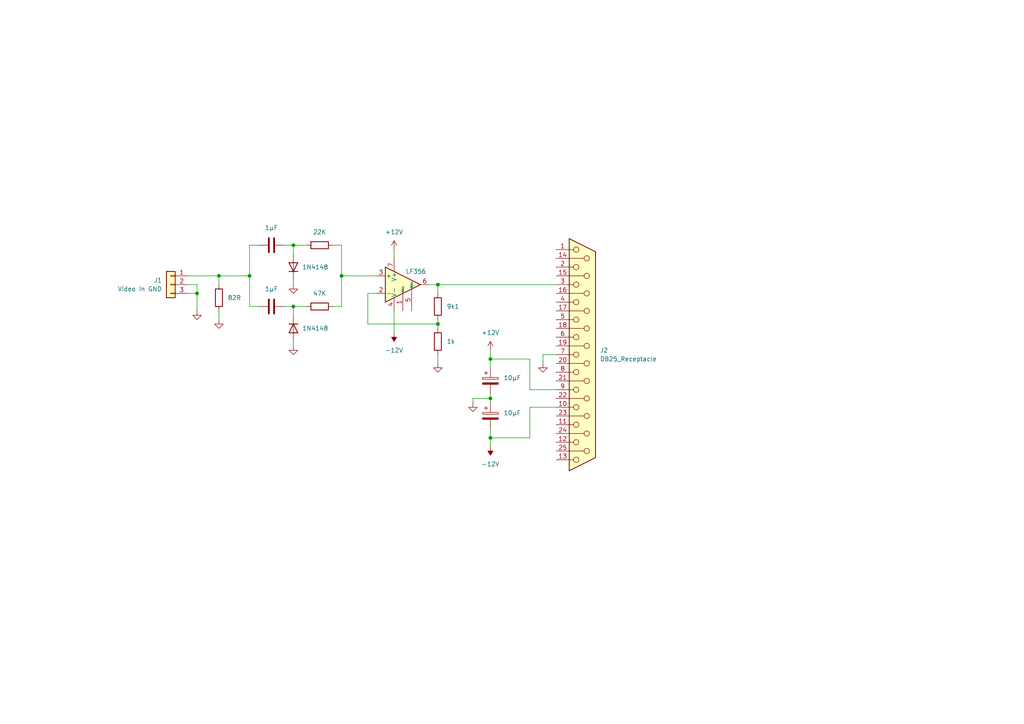
<source format=kicad_sch>
(kicad_sch (version 20230121) (generator eeschema)
  (paper "A4")
  (lib_symbols
    (symbol "Amplifier_Operational:LF356" (pin_names (offset 0.127))
      (property "Reference" "U" (at 0 6.35 0))
      (property "Value" "LF356" (at 0 3.81 0))
      (symbol "LF356_0_1"
        (polyline (pts (xy -5.08 5.08) (xy 5.08 0) (xy -5.08 -5.08) (xy -5.08 5.08)) (stroke (width 0.254)) (fill (type background)))
      )
      (symbol "LF356_1_1"
        (pin input line (at 0 -7.62 90) (length 5.08) (name "NULL") (number "1"))
        (pin input line (at -7.62 -2.54 0) (length 2.54) (name "-") (number "2"))
        (pin input line (at -7.62 2.54 0) (length 2.54) (name "+") (number "3"))
        (pin power_in line (at -2.54 -7.62 90) (length 3.81) (name "V-") (number "4"))
        (pin input line (at 2.54 -7.62 90) (length 6.35) (name "NULL") (number "5"))
        (pin output line (at 7.62 0 180) (length 2.54) (name "~") (number "6"))
        (pin power_in line (at -2.54 7.62 270) (length 3.81) (name "V+") (number "7"))
        (pin no_connect line (at 0 2.54 270) (length 2.54) hide (name "NC") (number "8"))
      )
    )
    (symbol "Connector:DB25_Receptacle" (pin_names (offset 1.016) hide)
      (property "Reference" "J" (at 0 34.29 0))
      (property "Value" "DB25_Receptacle" (at 0 -34.925 0))
      (symbol "DB25_Receptacle_0_1"
        (circle (center -1.778 -30.48) (radius 0.762))
        (circle (center -1.778 -25.4) (radius 0.762))
        (circle (center -1.778 -20.32) (radius 0.762))
        (circle (center -1.778 -15.24) (radius 0.762))
        (circle (center -1.778 -10.16) (radius 0.762))
        (circle (center -1.778 -5.08) (radius 0.762))
        (circle (center -1.778 0) (radius 0.762))
        (circle (center -1.778 5.08) (radius 0.762))
        (circle (center -1.778 10.16) (radius 0.762))
        (circle (center -1.778 15.24) (radius 0.762))
        (circle (center -1.778 20.32) (radius 0.762))
        (circle (center -1.778 25.4) (radius 0.762))
        (circle (center -1.778 30.48) (radius 0.762))
        (polyline (pts (xy -3.81 -30.48) (xy -2.54 -30.48)))
        (polyline (pts (xy -3.81 -27.94) (xy 0.508 -27.94)))
        (polyline (pts (xy -3.81 -25.4) (xy -2.54 -25.4)))
        (polyline (pts (xy -3.81 -22.86) (xy 0.508 -22.86)))
        (polyline (pts (xy -3.81 -20.32) (xy -2.54 -20.32)))
        (polyline (pts (xy -3.81 -17.78) (xy 0.508 -17.78)))
        (polyline (pts (xy -3.81 -15.24) (xy -2.54 -15.24)))
        (polyline (pts (xy -3.81 -12.7) (xy 0.508 -12.7)))
        (polyline (pts (xy -3.81 -10.16) (xy -2.54 -10.16)))
        (polyline (pts (xy -3.81 -7.62) (xy 0.508 -7.62)))
        (polyline (pts (xy -3.81 -5.08) (xy -2.54 -5.08)))
        (polyline (pts (xy -3.81 -2.54) (xy 0.508 -2.54)))
        (polyline (pts (xy -3.81 0) (xy -2.54 0)))
        (polyline (pts (xy -3.81 2.54) (xy 0.508 2.54)))
        (polyline (pts (xy -3.81 5.08) (xy -2.54 5.08)))
        (polyline (pts (xy -3.81 7.62) (xy 0.508 7.62)))
        (polyline (pts (xy -3.81 10.16) (xy -2.54 10.16)))
        (polyline (pts (xy -3.81 12.7) (xy 0.508 12.7)))
        (polyline (pts (xy -3.81 15.24) (xy -2.54 15.24)))
        (polyline (pts (xy -3.81 17.78) (xy 0.508 17.78)))
        (polyline (pts (xy -3.81 20.32) (xy -2.54 20.32)))
        (polyline (pts (xy -3.81 22.86) (xy 0.508 22.86)))
        (polyline (pts (xy -3.81 25.4) (xy -2.54 25.4)))
        (polyline (pts (xy -3.81 27.94) (xy 0.508 27.94)))
        (polyline (pts (xy -3.81 30.48) (xy -2.54 30.48)))
        (polyline (pts (xy -3.81 33.655) (xy 3.81 29.845) (xy 3.81 -29.845) (xy -3.81 -33.655) (xy -3.81 33.655)) (stroke (width 0.254)) (fill (type background)))
        (circle (center 1.27 -27.94) (radius 0.762))
        (circle (center 1.27 -22.86) (radius 0.762))
        (circle (center 1.27 -17.78) (radius 0.762))
        (circle (center 1.27 -12.7) (radius 0.762))
        (circle (center 1.27 -7.62) (radius 0.762))
        (circle (center 1.27 -2.54) (radius 0.762))
        (circle (center 1.27 2.54) (radius 0.762))
        (circle (center 1.27 7.62) (radius 0.762))
        (circle (center 1.27 12.7) (radius 0.762))
        (circle (center 1.27 17.78) (radius 0.762))
        (circle (center 1.27 22.86) (radius 0.762))
        (circle (center 1.27 27.94) (radius 0.762))
      )
      (symbol "DB25_Receptacle_1_1"
        (pin passive line (at -7.62 30.48 0) (length 3.81) (name "1") (number "1"))
        (pin passive line (at -7.62 -15.24 0) (length 3.81) (name "10") (number "10"))
        (pin passive line (at -7.62 -20.32 0) (length 3.81) (name "11") (number "11"))
        (pin passive line (at -7.62 -25.4 0) (length 3.81) (name "12") (number "12"))
        (pin passive line (at -7.62 -30.48 0) (length 3.81) (name "13") (number "13"))
        (pin passive line (at -7.62 27.94 0) (length 3.81) (name "P14") (number "14"))
        (pin passive line (at -7.62 22.86 0) (length 3.81) (name "P15") (number "15"))
        (pin passive line (at -7.62 17.78 0) (length 3.81) (name "P16") (number "16"))
        (pin passive line (at -7.62 12.7 0) (length 3.81) (name "P17") (number "17"))
        (pin passive line (at -7.62 7.62 0) (length 3.81) (name "P18") (number "18"))
        (pin passive line (at -7.62 2.54 0) (length 3.81) (name "P19") (number "19"))
        (pin passive line (at -7.62 25.4 0) (length 3.81) (name "2") (number "2"))
        (pin passive line (at -7.62 -2.54 0) (length 3.81) (name "P20") (number "20"))
        (pin passive line (at -7.62 -7.62 0) (length 3.81) (name "P21") (number "21"))
        (pin passive line (at -7.62 -12.7 0) (length 3.81) (name "P22") (number "22"))
        (pin passive line (at -7.62 -17.78 0) (length 3.81) (name "P23") (number "23"))
        (pin passive line (at -7.62 -22.86 0) (length 3.81) (name "P24") (number "24"))
        (pin passive line (at -7.62 -27.94 0) (length 3.81) (name "P25") (number "25"))
        (pin passive line (at -7.62 20.32 0) (length 3.81) (name "3") (number "3"))
        (pin passive line (at -7.62 15.24 0) (length 3.81) (name "4") (number "4"))
        (pin passive line (at -7.62 10.16 0) (length 3.81) (name "5") (number "5"))
        (pin passive line (at -7.62 5.08 0) (length 3.81) (name "6") (number "6"))
        (pin passive line (at -7.62 0 0) (length 3.81) (name "7") (number "7"))
        (pin passive line (at -7.62 -5.08 0) (length 3.81) (name "8") (number "8"))
        (pin passive line (at -7.62 -10.16 0) (length 3.81) (name "9") (number "9"))
      )
    )
    (symbol "Connector_Generic:Conn_01x03" (pin_names (offset 1.016) hide)
      (property "Reference" "J" (at 0 5.08 0))
      (property "Value" "Conn_01x03" (at 0 -5.08 0))
      (symbol "Conn_01x03_1_1"
        (rectangle (start -1.27 -2.413) (end 0 -2.667) (stroke (width 0.1524)))
        (rectangle (start -1.27 0.127) (end 0 -0.127) (stroke (width 0.1524)))
        (rectangle (start -1.27 2.667) (end 0 2.413) (stroke (width 0.1524)))
        (rectangle (start -1.27 3.81) (end 1.27 -3.81) (stroke (width 0.254)) (fill (type background)))
        (pin passive line (at -5.08 2.54 0) (length 3.81) (name "Pin_1") (number "1"))
        (pin passive line (at -5.08 0 0) (length 3.81) (name "Pin_2") (number "2"))
        (pin passive line (at -5.08 -2.54 0) (length 3.81) (name "Pin_3") (number "3"))
      )
    )
    (symbol "Device:C" (pin_numbers hide) (pin_names (offset 0.254))
      (property "Reference" "C" (at 0.635 2.54 0))
      (property "Value" "C" (at 0.635 -2.54 0))
      (symbol "C_0_1"
        (polyline (pts (xy -2.032 -0.762) (xy 2.032 -0.762)) (stroke (width 0.508)))
        (polyline (pts (xy -2.032 0.762) (xy 2.032 0.762)) (stroke (width 0.508)))
      )
      (symbol "C_1_1"
        (pin passive line (at 0 3.81 270) (length 2.794) (name "~") (number "1"))
        (pin passive line (at 0 -3.81 90) (length 2.794) (name "~") (number "2"))
      )
    )
    (symbol "Device:C_Polarized" (pin_numbers hide) (pin_names (offset 0.254))
      (property "Reference" "C" (at 0.635 2.54 0))
      (property "Value" "C_Polarized" (at 0.635 -2.54 0))
      (symbol "C_Polarized_0_1"
        (rectangle (start -2.286 0.508) (end 2.286 1.016))
        (polyline (pts (xy -1.778 2.286) (xy -0.762 2.286)))
        (polyline (pts (xy -1.27 2.794) (xy -1.27 1.778)))
        (rectangle (start 2.286 -0.508) (end -2.286 -1.016) (fill (type outline)))
      )
      (symbol "C_Polarized_1_1"
        (pin passive line (at 0 3.81 270) (length 2.794) (name "~") (number "1"))
        (pin passive line (at 0 -3.81 90) (length 2.794) (name "~") (number "2"))
      )
    )
    (symbol "Device:R" (pin_numbers hide) (pin_names (offset 0))
      (property "Reference" "R" (at 2.032 0 90))
      (property "Value" "R" (at 0 0 90))
      (symbol "R_0_1"
        (rectangle (start -1.016 -2.54) (end 1.016 2.54) (stroke (width 0.254)))
      )
      (symbol "R_1_1"
        (pin passive line (at 0 3.81 270) (length 1.27) (name "~") (number "1"))
        (pin passive line (at 0 -3.81 90) (length 1.27) (name "~") (number "2"))
      )
    )
    (symbol "Diode:1N4148" (pin_numbers hide) (pin_names hide)
      (property "Reference" "D" (at 0 2.54 0))
      (property "Value" "1N4148" (at 0 -2.54 0))
      (symbol "1N4148_0_1"
        (polyline (pts (xy -1.27 1.27) (xy -1.27 -1.27)) (stroke (width 0.254)))
        (polyline (pts (xy 1.27 0) (xy -1.27 0)))
        (polyline (pts (xy 1.27 1.27) (xy 1.27 -1.27) (xy -1.27 0) (xy 1.27 1.27)) (stroke (width 0.254)))
      )
      (symbol "1N4148_1_1"
        (pin passive line (at -3.81 0 0) (length 2.54) (name "K") (number "1"))
        (pin passive line (at 3.81 0 180) (length 2.54) (name "A") (number "2"))
      )
    )
    (symbol "power:+12V" (power) (pin_names (offset 0))
      (property "Value" "+12V" (at 0 3.556 0))
      (symbol "+12V_0_1"
        (polyline (pts (xy -0.762 1.27) (xy 0 2.54)))
        (polyline (pts (xy 0 0) (xy 0 2.54)))
        (polyline (pts (xy 0 2.54) (xy 0.762 1.27)))
      )
      (symbol "+12V_1_1"
        (pin power_in line (at 0 0 90) (length 0) hide (name "+12V") (number "1"))
      )
    )
    (symbol "power:-12V" (power) (pin_names (offset 0))
      (property "Value" "-12V" (at 0 3.81 0))
      (symbol "-12V_0_0"
        (pin power_in line (at 0 0 90) (length 0) hide (name "-12V") (number "1"))
      )
      (symbol "-12V_0_1"
        (polyline (pts (xy 0 0) (xy 0 1.27) (xy 0.762 1.27) (xy 0 2.54) (xy -0.762 1.27) (xy 0 1.27)) (fill (type outline)))
      )
    )
    (symbol "power:GND" (power) (pin_names (offset 0))
      (property "Value" "GND" (at 0 -3.81 0))
      (symbol "GND_0_1"
        (polyline (pts (xy 0 0) (xy 0 -1.27) (xy 1.27 -1.27) (xy 0 -2.54) (xy -1.27 -1.27) (xy 0 -1.27)))
      )
      (symbol "GND_1_1"
        (pin power_in line (at 0 0 270) (length 0) hide (name "GND") (number "1"))
      )
    )
  )
  (junction (at 127 93.98))
  (junction (at 142.24 104.14))
  (junction (at 85.09 88.9))
  (junction (at 85.09 71.12))
  (junction (at 63.5 80.01))
  (junction (at 57.15 85.09))
  (junction (at 72.39 80.01))
  (junction (at 142.24 115.57))
  (junction (at 99.06 80.01))
  (junction (at 142.24 127))
  (junction (at 127 82.55))
  (wire (pts (xy 99.06 71.12) (xy 99.06 80.01)))
  (wire (pts (xy 85.09 88.9) (xy 88.9 88.9)))
  (wire (pts (xy 124.46 82.55) (xy 127 82.55)))
  (wire (pts (xy 153.67 104.14) (xy 153.67 113.03)))
  (wire (pts (xy 109.22 85.09) (xy 106.68 85.09)))
  (wire (pts (xy 106.68 93.98) (xy 127 93.98)))
  (wire (pts (xy 106.68 85.09) (xy 106.68 93.98)))
  (wire (pts (xy 137.16 115.57) (xy 142.24 115.57)))
  (wire (pts (xy 72.39 71.12) (xy 72.39 80.01)))
  (wire (pts (xy 72.39 71.12) (xy 74.93 71.12)))
  (wire (pts (xy 54.61 80.01) (xy 63.5 80.01)))
  (wire (pts (xy 85.09 71.12) (xy 85.09 73.66)))
  (wire (pts (xy 85.09 88.9) (xy 85.09 91.44)))
  (wire (pts (xy 153.67 118.11) (xy 153.67 127)))
  (wire (pts (xy 85.09 99.06) (xy 85.09 100.33)))
  (wire (pts (xy 127 93.98) (xy 127 95.25)))
  (wire (pts (xy 99.06 80.01) (xy 99.06 88.9)))
  (wire (pts (xy 142.24 101.6) (xy 142.24 104.14)))
  (wire (pts (xy 63.5 90.17) (xy 63.5 92.71)))
  (wire (pts (xy 114.3 90.17) (xy 114.3 96.52)))
  (wire (pts (xy 96.52 88.9) (xy 99.06 88.9)))
  (wire (pts (xy 82.55 71.12) (xy 85.09 71.12)))
  (wire (pts (xy 127 92.71) (xy 127 93.98)))
  (wire (pts (xy 142.24 115.57) (xy 142.24 116.84)))
  (wire (pts (xy 54.61 85.09) (xy 57.15 85.09)))
  (wire (pts (xy 99.06 80.01) (xy 109.22 80.01)))
  (wire (pts (xy 161.29 102.87) (xy 157.48 102.87)))
  (wire (pts (xy 85.09 71.12) (xy 88.9 71.12)))
  (wire (pts (xy 57.15 85.09) (xy 57.15 90.17)))
  (wire (pts (xy 153.67 127) (xy 142.24 127)))
  (wire (pts (xy 85.09 81.28) (xy 85.09 82.55)))
  (wire (pts (xy 114.3 72.39) (xy 114.3 74.93)))
  (wire (pts (xy 142.24 104.14) (xy 142.24 106.68)))
  (wire (pts (xy 57.15 82.55) (xy 57.15 85.09)))
  (wire (pts (xy 96.52 71.12) (xy 99.06 71.12)))
  (wire (pts (xy 161.29 113.03) (xy 153.67 113.03)))
  (wire (pts (xy 72.39 80.01) (xy 72.39 88.9)))
  (wire (pts (xy 127 102.87) (xy 127 105.41)))
  (wire (pts (xy 142.24 114.3) (xy 142.24 115.57)))
  (wire (pts (xy 54.61 82.55) (xy 57.15 82.55)))
  (wire (pts (xy 142.24 127) (xy 142.24 129.54)))
  (wire (pts (xy 153.67 104.14) (xy 142.24 104.14)))
  (wire (pts (xy 157.48 102.87) (xy 157.48 105.41)))
  (wire (pts (xy 72.39 88.9) (xy 74.93 88.9)))
  (wire (pts (xy 82.55 88.9) (xy 85.09 88.9)))
  (wire (pts (xy 63.5 80.01) (xy 72.39 80.01)))
  (wire (pts (xy 127 82.55) (xy 161.29 82.55)))
  (wire (pts (xy 142.24 127) (xy 142.24 124.46)))
  (wire (pts (xy 161.29 118.11) (xy 153.67 118.11)))
  (wire (pts (xy 63.5 82.55) (xy 63.5 80.01)))
  (wire (pts (xy 127 82.55) (xy 127 85.09)))
  (wire (pts (xy 137.16 116.84) (xy 137.16 115.57)))
  (symbol (lib_id "Diode:1N4148") (at 85.09 95.25 270) (unit 1)
    (property "Reference" "D2" (effects hide))
    (property "Value" "1N4148" (at 87.63 95.25 90) (effects (justify left)))
    (property "Footprint" "Diode_THT:D_DO-35_SOD27_P7.62mm_Horizontal" (effects hide))
    (property "Datasheet" "https://assets.nexperia.com/documents/data-sheet/1N4148_1N4448.pdf" (effects hide))
    (property "Sim.Device" "D" (effects hide))
    (property "Sim.Pins" "1=K 2=A" (effects hide))
  )
  (symbol (lib_id "Device:C_Polarized") (at 142.24 110.49 0) (unit 1)
    (property "Reference" "C3" (effects hide))
    (property "Value" "10µF" (at 146.05 109.601 0) (effects (justify left)))
    (property "Footprint" "Capacitor_THT:CP_Radial_D5.0mm_P2.00mm" (effects hide))
  )
  (symbol (lib_id "power:-12V") (at 114.3 96.52 180) (unit 1)
    (property "Reference" "#PWR06" (effects hide))
    (property "Value" "-12V" (at 114.3 101.6 0))
  )
  (symbol (lib_id "power:GND") (at 137.16 116.84 0) (unit 1)
    (property "Reference" "#PWR09" (effects hide))
    (property "Value" "GND" (effects hide))
  )
  (symbol (lib_id "Device:C") (at 78.74 71.12 90) (unit 1)
    (property "Reference" "C1" (effects hide))
    (property "Value" "1µF" (at 78.74 66.04 90))
    (property "Footprint" "Capacitor_THT:C_Rect_L7.2mm_W5.5mm_P5.00mm_FKS2_FKP2_MKS2_MKP2" (effects hide))
  )
  (symbol (lib_id "Device:R") (at 127 99.06 0) (unit 1)
    (property "Reference" "R5" (effects hide))
    (property "Value" "1k" (at 129.54 99.06 0) (effects (justify left)))
    (property "Footprint" "Resistor_THT:R_Axial_DIN0207_L6.3mm_D2.5mm_P7.62mm_Horizontal" (effects hide))
  )
  (symbol (lib_id "power:-12V") (at 142.24 129.54 180) (unit 1)
    (property "Reference" "#PWR010" (effects hide))
    (property "Value" "-12V" (at 142.24 134.62 0))
  )
  (symbol (lib_id "Connector:DB25_Receptacle") (at 168.91 102.87 0) (unit 1)
    (property "Reference" "J2" (at 173.99 101.6 0) (effects (justify left)))
    (property "Value" "DB25_Receptacle" (at 173.99 104.14 0) (effects (justify left)))
    (property "Footprint" "Connector_Dsub:DSUB-25_Female_EdgeMount_P2.77mm" (effects hide))
    (property "Datasheet" " ~" (effects hide))
  )
  (symbol (lib_id "power:+12V") (at 142.24 101.6 0) (unit 1)
    (property "Reference" "#PWR011" (effects hide))
    (property "Value" "+12V" (at 142.24 96.52 0))
  )
  (symbol (lib_id "Diode:1N4148") (at 85.09 77.47 90) (unit 1)
    (property "Reference" "D1" (effects hide))
    (property "Value" "1N4148" (at 87.63 77.47 90) (effects (justify right)))
    (property "Footprint" "Diode_THT:D_DO-35_SOD27_P7.62mm_Horizontal" (effects hide))
    (property "Datasheet" "https://assets.nexperia.com/documents/data-sheet/1N4148_1N4448.pdf" (effects hide))
    (property "Sim.Device" "D" (effects hide))
    (property "Sim.Pins" "1=K 2=A" (effects hide))
  )
  (symbol (lib_id "Device:C") (at 78.74 88.9 90) (unit 1)
    (property "Reference" "C2" (effects hide))
    (property "Value" "1µF" (at 78.74 83.82 90))
    (property "Footprint" "Capacitor_THT:C_Rect_L7.2mm_W5.5mm_P5.00mm_FKS2_FKP2_MKS2_MKP2" (effects hide))
  )
  (symbol (lib_id "Device:C_Polarized") (at 142.24 120.65 0) (unit 1)
    (property "Reference" "C4" (effects hide))
    (property "Value" "10µF" (at 146.05 119.761 0) (effects (justify left)))
    (property "Footprint" "Capacitor_THT:CP_Radial_D5.0mm_P2.00mm" (effects hide))
  )
  (symbol (lib_id "power:GND") (at 57.15 90.17 0) (unit 1)
    (property "Reference" "#PWR01" (effects hide))
    (property "Value" "GND" (effects hide))
  )
  (symbol (lib_id "power:GND") (at 85.09 100.33 0) (unit 1)
    (property "Reference" "#PWR03" (effects hide))
    (property "Value" "GND" (effects hide))
  )
  (symbol (lib_id "power:GND") (at 85.09 82.55 0) (unit 1)
    (property "Reference" "#PWR04" (effects hide))
    (property "Value" "GND" (effects hide))
  )
  (symbol (lib_id "power:GND") (at 63.5 92.71 0) (unit 1)
    (property "Reference" "#PWR02" (effects hide))
    (property "Value" "GND" (effects hide))
  )
  (symbol (lib_id "Device:R") (at 92.71 71.12 90) (unit 1)
    (property "Reference" "R2" (effects hide))
    (property "Value" "22K" (at 92.71 67.31 90))
    (property "Footprint" "Resistor_THT:R_Axial_DIN0207_L6.3mm_D2.5mm_P7.62mm_Horizontal" (effects hide))
  )
  (symbol (lib_id "Device:R") (at 92.71 88.9 90) (unit 1)
    (property "Reference" "R3" (effects hide))
    (property "Value" "47K" (at 92.71 85.09 90))
    (property "Footprint" "Resistor_THT:R_Axial_DIN0207_L6.3mm_D2.5mm_P7.62mm_Horizontal" (effects hide))
  )
  (symbol (lib_id "power:GND") (at 127 105.41 0) (unit 1)
    (property "Reference" "#PWR05" (effects hide))
    (property "Value" "GND" (effects hide))
  )
  (symbol (lib_id "Connector_Generic:Conn_01x03") (at 49.53 82.55 0) (mirror y) (unit 1)
    (property "Reference" "J1" (at 46.99 81.28 0) (effects (justify left)))
    (property "Value" "Video In GND" (at 46.99 83.82 0) (effects (justify left)))
    (property "Footprint" "Connector_PinHeader_2.54mm:PinHeader_1x03_P2.54mm_Vertical" (effects hide))
  )
  (symbol (lib_id "Amplifier_Operational:LF356") (at 116.84 82.55 0) (unit 1)
    (property "Reference" "U1" (effects hide))
    (property "Value" "LF356" (at 120.65 78.74 0))
    (property "Footprint" "Package_DIP:DIP-8_W7.62mm_Socket" (effects hide))
    (property "Datasheet" "http://www.ti.com/lit/ds/symlink/lf357.pdf" (effects hide))
  )
  (symbol (lib_id "Device:R") (at 127 88.9 0) (unit 1)
    (property "Reference" "R4" (effects hide))
    (property "Value" "9k1" (at 129.54 88.9 0) (effects (justify left)))
    (property "Footprint" "Resistor_THT:R_Axial_DIN0207_L6.3mm_D2.5mm_P7.62mm_Horizontal" (effects hide))
  )
  (symbol (lib_id "power:GND") (at 157.48 105.41 0) (unit 1)
    (property "Reference" "#PWR08" (effects hide))
    (property "Value" "GND" (effects hide))
  )
  (symbol (lib_id "power:+12V") (at 114.3 72.39 0) (unit 1)
    (property "Reference" "#PWR07" (effects hide))
    (property "Value" "+12V" (at 114.3 67.31 0))
  )
  (symbol (lib_id "Device:R") (at 63.5 86.36 0) (unit 1)
    (property "Reference" "R1" (effects hide))
    (property "Value" "82R" (at 66.04 86.36 0) (effects (justify left)))
    (property "Footprint" "Resistor_THT:R_Axial_DIN0207_L6.3mm_D2.5mm_P7.62mm_Horizontal" (effects hide))
  )
)
</source>
